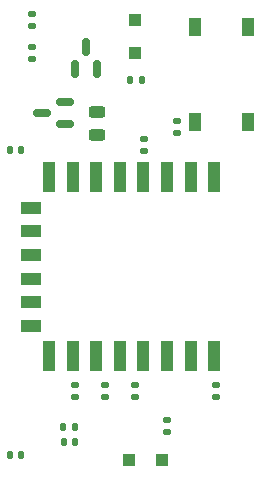
<source format=gbr>
%TF.GenerationSoftware,KiCad,Pcbnew,7.0.2*%
%TF.CreationDate,2023-05-10T23:17:19+02:00*%
%TF.ProjectId,ESPlant-Board,4553506c-616e-4742-9d42-6f6172642e6b,rev?*%
%TF.SameCoordinates,PX76c48e7PY1665c4c*%
%TF.FileFunction,Paste,Top*%
%TF.FilePolarity,Positive*%
%FSLAX46Y46*%
G04 Gerber Fmt 4.6, Leading zero omitted, Abs format (unit mm)*
G04 Created by KiCad (PCBNEW 7.0.2) date 2023-05-10 23:17:19*
%MOMM*%
%LPD*%
G01*
G04 APERTURE LIST*
G04 Aperture macros list*
%AMRoundRect*
0 Rectangle with rounded corners*
0 $1 Rounding radius*
0 $2 $3 $4 $5 $6 $7 $8 $9 X,Y pos of 4 corners*
0 Add a 4 corners polygon primitive as box body*
4,1,4,$2,$3,$4,$5,$6,$7,$8,$9,$2,$3,0*
0 Add four circle primitives for the rounded corners*
1,1,$1+$1,$2,$3*
1,1,$1+$1,$4,$5*
1,1,$1+$1,$6,$7*
1,1,$1+$1,$8,$9*
0 Add four rect primitives between the rounded corners*
20,1,$1+$1,$2,$3,$4,$5,0*
20,1,$1+$1,$4,$5,$6,$7,0*
20,1,$1+$1,$6,$7,$8,$9,0*
20,1,$1+$1,$8,$9,$2,$3,0*%
G04 Aperture macros list end*
%ADD10RoundRect,0.140000X0.170000X-0.140000X0.170000X0.140000X-0.170000X0.140000X-0.170000X-0.140000X0*%
%ADD11RoundRect,0.243750X-0.456250X0.243750X-0.456250X-0.243750X0.456250X-0.243750X0.456250X0.243750X0*%
%ADD12R,1.000000X1.500000*%
%ADD13RoundRect,0.250000X-0.300000X-0.300000X0.300000X-0.300000X0.300000X0.300000X-0.300000X0.300000X0*%
%ADD14RoundRect,0.140000X0.140000X0.170000X-0.140000X0.170000X-0.140000X-0.170000X0.140000X-0.170000X0*%
%ADD15RoundRect,0.135000X0.185000X-0.135000X0.185000X0.135000X-0.185000X0.135000X-0.185000X-0.135000X0*%
%ADD16RoundRect,0.135000X-0.185000X0.135000X-0.185000X-0.135000X0.185000X-0.135000X0.185000X0.135000X0*%
%ADD17RoundRect,0.150000X0.587500X0.150000X-0.587500X0.150000X-0.587500X-0.150000X0.587500X-0.150000X0*%
%ADD18RoundRect,0.250000X-0.300000X0.300000X-0.300000X-0.300000X0.300000X-0.300000X0.300000X0.300000X0*%
%ADD19RoundRect,0.135000X0.135000X0.185000X-0.135000X0.185000X-0.135000X-0.185000X0.135000X-0.185000X0*%
%ADD20R,1.000000X2.500000*%
%ADD21R,1.800000X1.000000*%
%ADD22RoundRect,0.140000X-0.140000X-0.170000X0.140000X-0.170000X0.140000X0.170000X-0.140000X0.170000X0*%
%ADD23RoundRect,0.150000X0.150000X-0.587500X0.150000X0.587500X-0.150000X0.587500X-0.150000X-0.587500X0*%
G04 APERTURE END LIST*
D10*
%TO.C,C5*%
X4302937Y-23940000D03*
X4302937Y-22980000D03*
%TD*%
D11*
%TO.C,D4*%
X9822937Y-31280000D03*
X9822937Y-33155000D03*
%TD*%
D12*
%TO.C,SW1*%
X18153001Y-32060000D03*
X18153001Y-24060000D03*
X22652873Y-32060000D03*
X22652873Y-24060000D03*
%TD*%
D13*
%TO.C,D2*%
X12512937Y-60720000D03*
X15312937Y-60720000D03*
%TD*%
D14*
%TO.C,C3*%
X7997937Y-59154000D03*
X7037937Y-59154000D03*
%TD*%
D15*
%TO.C,R3*%
X10526937Y-55348000D03*
X10526937Y-54328000D03*
%TD*%
%TO.C,R6*%
X19942937Y-55344000D03*
X19942937Y-54324000D03*
%TD*%
D16*
%TO.C,R2*%
X16622937Y-31972000D03*
X16622937Y-32992000D03*
%TD*%
%TO.C,R1*%
X13828937Y-33530000D03*
X13828937Y-34550000D03*
%TD*%
D17*
%TO.C,Q2*%
X7080437Y-32260000D03*
X7080437Y-30360000D03*
X5205437Y-31310000D03*
%TD*%
D18*
%TO.C,D3*%
X13042937Y-23440000D03*
X13042937Y-26240000D03*
%TD*%
D16*
%TO.C,R5*%
X7982937Y-54330000D03*
X7982937Y-55350000D03*
%TD*%
D15*
%TO.C,R8*%
X15722937Y-58364484D03*
X15722937Y-57344484D03*
%TD*%
D19*
%TO.C,R9*%
X13602937Y-28520000D03*
X12582937Y-28520000D03*
%TD*%
D15*
%TO.C,R4*%
X13066937Y-55348000D03*
X13066937Y-54328000D03*
%TD*%
D16*
%TO.C,R10*%
X4302937Y-25760000D03*
X4302937Y-26780000D03*
%TD*%
D19*
%TO.C,R7*%
X8007937Y-57884000D03*
X6987937Y-57884000D03*
%TD*%
D20*
%TO.C,U1*%
X19762937Y-36744968D03*
X17762937Y-36744968D03*
X15762937Y-36744968D03*
X13762937Y-36744968D03*
X11762937Y-36744968D03*
X9762937Y-36744968D03*
X7762937Y-36744968D03*
X5762937Y-36744968D03*
D21*
X4262937Y-39344968D03*
X4262937Y-41344968D03*
X4262937Y-43344968D03*
X4262937Y-45344968D03*
X4262937Y-47344968D03*
X4262937Y-49344968D03*
D20*
X5762937Y-51944968D03*
X7762937Y-51944968D03*
X9762937Y-51944968D03*
X11762937Y-51944968D03*
X13762937Y-51944968D03*
X15762937Y-51944968D03*
X17762937Y-51944968D03*
X19762937Y-51944968D03*
%TD*%
D22*
%TO.C,C1*%
X2462937Y-34500000D03*
X3422937Y-34500000D03*
%TD*%
D23*
%TO.C,Q1*%
X7952937Y-27635000D03*
X9852937Y-27635000D03*
X8902937Y-25760000D03*
%TD*%
D14*
%TO.C,C2*%
X3382937Y-60260000D03*
X2422937Y-60260000D03*
%TD*%
M02*

</source>
